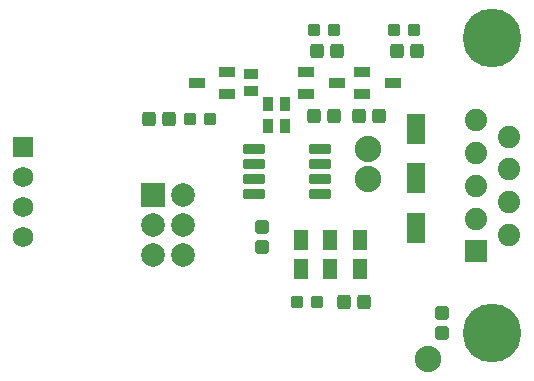
<source format=gts>
G04 Layer_Color=8388736*
%FSLAX25Y25*%
%MOIN*%
G70*
G01*
G75*
%ADD62R,0.06299X0.10236*%
%ADD63R,0.04737X0.07099*%
%ADD64R,0.05800X0.03300*%
G04:AMPARAMS|DCode=65|XSize=47.37mil|YSize=43.43mil|CornerRadius=8.43mil|HoleSize=0mil|Usage=FLASHONLY|Rotation=90.000|XOffset=0mil|YOffset=0mil|HoleType=Round|Shape=RoundedRectangle|*
%AMROUNDEDRECTD65*
21,1,0.04737,0.02657,0,0,90.0*
21,1,0.03051,0.04343,0,0,90.0*
1,1,0.01686,0.01329,0.01526*
1,1,0.01686,0.01329,-0.01526*
1,1,0.01686,-0.01329,-0.01526*
1,1,0.01686,-0.01329,0.01526*
%
%ADD65ROUNDEDRECTD65*%
G04:AMPARAMS|DCode=66|XSize=39.5mil|YSize=39.5mil|CornerRadius=7.94mil|HoleSize=0mil|Usage=FLASHONLY|Rotation=180.000|XOffset=0mil|YOffset=0mil|HoleType=Round|Shape=RoundedRectangle|*
%AMROUNDEDRECTD66*
21,1,0.03950,0.02362,0,0,180.0*
21,1,0.02362,0.03950,0,0,180.0*
1,1,0.01587,-0.01181,0.01181*
1,1,0.01587,0.01181,0.01181*
1,1,0.01587,0.01181,-0.01181*
1,1,0.01587,-0.01181,-0.01181*
%
%ADD66ROUNDEDRECTD66*%
G04:AMPARAMS|DCode=67|XSize=47.37mil|YSize=43.43mil|CornerRadius=8.43mil|HoleSize=0mil|Usage=FLASHONLY|Rotation=0.000|XOffset=0mil|YOffset=0mil|HoleType=Round|Shape=RoundedRectangle|*
%AMROUNDEDRECTD67*
21,1,0.04737,0.02657,0,0,0.0*
21,1,0.03051,0.04343,0,0,0.0*
1,1,0.01686,0.01526,-0.01329*
1,1,0.01686,-0.01526,-0.01329*
1,1,0.01686,-0.01526,0.01329*
1,1,0.01686,0.01526,0.01329*
%
%ADD67ROUNDEDRECTD67*%
%ADD68R,0.05524X0.03359*%
%ADD69R,0.03753X0.04540*%
%ADD70R,0.04540X0.03753*%
G04:AMPARAMS|DCode=71|XSize=33.59mil|YSize=72.96mil|CornerRadius=5.92mil|HoleSize=0mil|Usage=FLASHONLY|Rotation=90.000|XOffset=0mil|YOffset=0mil|HoleType=Round|Shape=RoundedRectangle|*
%AMROUNDEDRECTD71*
21,1,0.03359,0.06112,0,0,90.0*
21,1,0.02175,0.07296,0,0,90.0*
1,1,0.01184,0.03056,0.01088*
1,1,0.01184,0.03056,-0.01088*
1,1,0.01184,-0.03056,-0.01088*
1,1,0.01184,-0.03056,0.01088*
%
%ADD71ROUNDEDRECTD71*%
%ADD72R,0.06902X0.06902*%
%ADD73C,0.06902*%
%ADD74C,0.07453*%
%ADD75R,0.07453X0.07453*%
%ADD76C,0.19540*%
%ADD77R,0.07887X0.07887*%
%ADD78C,0.07887*%
%ADD79C,0.08800*%
D62*
X631000Y165209D02*
D03*
X631000Y181709D02*
D03*
X631000Y148453D02*
D03*
D63*
X592520Y144488D02*
D03*
X602362D02*
D03*
X612205D02*
D03*
Y135039D02*
D03*
X602362D02*
D03*
X592520D02*
D03*
D64*
X631000Y162012D02*
D03*
Y165255D02*
D03*
Y168500D02*
D03*
Y178512D02*
D03*
Y181755D02*
D03*
Y185000D02*
D03*
Y145257D02*
D03*
Y148500D02*
D03*
Y151744D02*
D03*
D65*
X606890Y124016D02*
D03*
X613583D02*
D03*
X611811Y186024D02*
D03*
X618504D02*
D03*
X597047D02*
D03*
X603740D02*
D03*
X624606Y207677D02*
D03*
X631299D02*
D03*
X598032D02*
D03*
X604724D02*
D03*
X548622Y185039D02*
D03*
X541929D02*
D03*
D66*
X591142Y124016D02*
D03*
X597835D02*
D03*
X623622Y214567D02*
D03*
X630315D02*
D03*
X603740D02*
D03*
X597047D02*
D03*
X562402Y185039D02*
D03*
X555709D02*
D03*
D67*
X579724Y149016D02*
D03*
Y142323D02*
D03*
X639500Y113654D02*
D03*
Y120346D02*
D03*
D68*
X568110Y193110D02*
D03*
Y200590D02*
D03*
X557874Y196850D02*
D03*
X612992Y200591D02*
D03*
Y193110D02*
D03*
X623228Y196850D02*
D03*
X594291Y200591D02*
D03*
Y193110D02*
D03*
X604528Y196850D02*
D03*
D69*
X581744Y190000D02*
D03*
X587256D02*
D03*
X581744Y182500D02*
D03*
X587256D02*
D03*
D70*
X576000Y194244D02*
D03*
Y199756D02*
D03*
D71*
X599122Y160000D02*
D03*
Y165000D02*
D03*
Y170000D02*
D03*
Y175000D02*
D03*
X576878Y160000D02*
D03*
Y165000D02*
D03*
Y170000D02*
D03*
Y175000D02*
D03*
D72*
X500000Y175669D02*
D03*
D73*
Y165669D02*
D03*
Y155669D02*
D03*
Y145669D02*
D03*
D74*
X662000Y179000D02*
D03*
X650819Y151736D02*
D03*
X662000Y157189D02*
D03*
X650819Y173547D02*
D03*
X662000Y146283D02*
D03*
X650819Y162642D02*
D03*
X662000Y168094D02*
D03*
X650819Y184453D02*
D03*
D75*
Y140831D02*
D03*
D76*
X656409Y113449D02*
D03*
Y211835D02*
D03*
D77*
X543150Y159449D02*
D03*
D78*
X553150D02*
D03*
X543150Y149449D02*
D03*
X553150D02*
D03*
X543150Y139449D02*
D03*
X553150D02*
D03*
D79*
X635000Y105000D02*
D03*
X615000Y165000D02*
D03*
Y175000D02*
D03*
M02*

</source>
